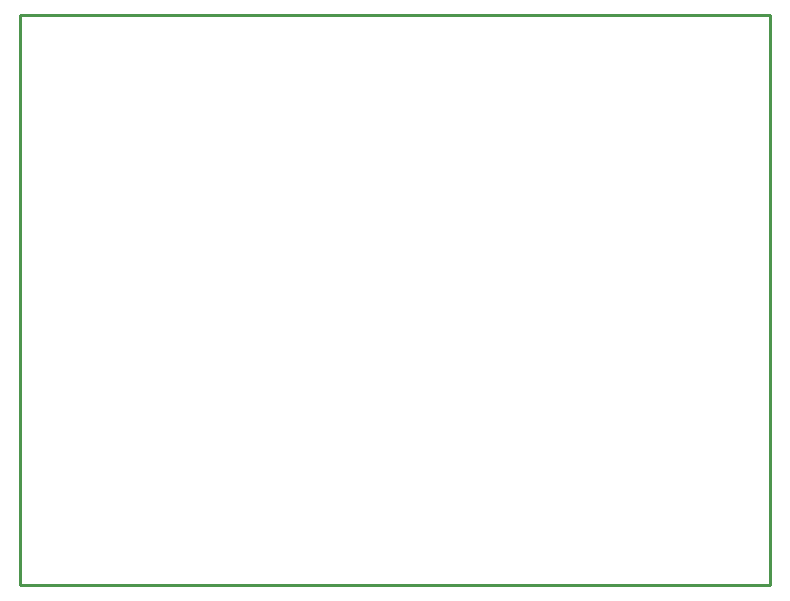
<source format=gbr>
G04 start of page 4 for group 2 idx 2 *
G04 Title: (unknown), outline *
G04 Creator: pcb 20140316 *
G04 CreationDate: Sat 17 Sep 2016 09:31:19 PM GMT UTC *
G04 For: ndholmes *
G04 Format: Gerber/RS-274X *
G04 PCB-Dimensions (mil): 2500.00 1900.00 *
G04 PCB-Coordinate-Origin: lower left *
%MOIN*%
%FSLAX25Y25*%
%LNOUTLINE*%
%ADD57C,0.0100*%
G54D57*X0Y0D02*X250000D01*
Y190000D01*
X0D01*
Y0D01*
M02*

</source>
